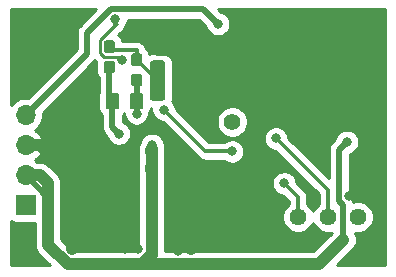
<source format=gbr>
G04 #@! TF.GenerationSoftware,KiCad,Pcbnew,5.1.5+dfsg1-2build2*
G04 #@! TF.CreationDate,2021-10-19T23:30:31+01:00*
G04 #@! TF.ProjectId,radiation_sensor,72616469-6174-4696-9f6e-5f73656e736f,rev?*
G04 #@! TF.SameCoordinates,Original*
G04 #@! TF.FileFunction,Copper,L2,Bot*
G04 #@! TF.FilePolarity,Positive*
%FSLAX46Y46*%
G04 Gerber Fmt 4.6, Leading zero omitted, Abs format (unit mm)*
G04 Created by KiCad (PCBNEW 5.1.5+dfsg1-2build2) date 2021-10-19 23:30:31*
%MOMM*%
%LPD*%
G04 APERTURE LIST*
%ADD10C,1.440000*%
%ADD11C,0.100000*%
%ADD12O,1.700000X1.700000*%
%ADD13R,1.700000X1.700000*%
%ADD14C,0.800000*%
%ADD15C,0.600000*%
%ADD16C,1.400000*%
%ADD17C,0.300000*%
%ADD18C,0.500000*%
%ADD19C,1.000000*%
%ADD20C,0.250000*%
%ADD21C,0.254000*%
G04 APERTURE END LIST*
D10*
X145970000Y-73750000D03*
X148510000Y-73750000D03*
X151050000Y-73750000D03*
G04 #@! TA.AperFunction,SMDPad,CuDef*
D11*
G36*
X132649505Y-63251204D02*
G01*
X132673773Y-63254804D01*
X132697572Y-63260765D01*
X132720671Y-63269030D01*
X132742850Y-63279520D01*
X132763893Y-63292132D01*
X132783599Y-63306747D01*
X132801777Y-63323223D01*
X132818253Y-63341401D01*
X132832868Y-63361107D01*
X132845480Y-63382150D01*
X132855970Y-63404329D01*
X132864235Y-63427428D01*
X132870196Y-63451227D01*
X132873796Y-63475495D01*
X132875000Y-63499999D01*
X132875000Y-64400001D01*
X132873796Y-64424505D01*
X132870196Y-64448773D01*
X132864235Y-64472572D01*
X132855970Y-64495671D01*
X132845480Y-64517850D01*
X132832868Y-64538893D01*
X132818253Y-64558599D01*
X132801777Y-64576777D01*
X132783599Y-64593253D01*
X132763893Y-64607868D01*
X132742850Y-64620480D01*
X132720671Y-64630970D01*
X132697572Y-64639235D01*
X132673773Y-64645196D01*
X132649505Y-64648796D01*
X132625001Y-64650000D01*
X131974999Y-64650000D01*
X131950495Y-64648796D01*
X131926227Y-64645196D01*
X131902428Y-64639235D01*
X131879329Y-64630970D01*
X131857150Y-64620480D01*
X131836107Y-64607868D01*
X131816401Y-64593253D01*
X131798223Y-64576777D01*
X131781747Y-64558599D01*
X131767132Y-64538893D01*
X131754520Y-64517850D01*
X131744030Y-64495671D01*
X131735765Y-64472572D01*
X131729804Y-64448773D01*
X131726204Y-64424505D01*
X131725000Y-64400001D01*
X131725000Y-63499999D01*
X131726204Y-63475495D01*
X131729804Y-63451227D01*
X131735765Y-63427428D01*
X131744030Y-63404329D01*
X131754520Y-63382150D01*
X131767132Y-63361107D01*
X131781747Y-63341401D01*
X131798223Y-63323223D01*
X131816401Y-63306747D01*
X131836107Y-63292132D01*
X131857150Y-63279520D01*
X131879329Y-63269030D01*
X131902428Y-63260765D01*
X131926227Y-63254804D01*
X131950495Y-63251204D01*
X131974999Y-63250000D01*
X132625001Y-63250000D01*
X132649505Y-63251204D01*
G37*
G04 #@! TD.AperFunction*
G04 #@! TA.AperFunction,SMDPad,CuDef*
G36*
X130599505Y-63251204D02*
G01*
X130623773Y-63254804D01*
X130647572Y-63260765D01*
X130670671Y-63269030D01*
X130692850Y-63279520D01*
X130713893Y-63292132D01*
X130733599Y-63306747D01*
X130751777Y-63323223D01*
X130768253Y-63341401D01*
X130782868Y-63361107D01*
X130795480Y-63382150D01*
X130805970Y-63404329D01*
X130814235Y-63427428D01*
X130820196Y-63451227D01*
X130823796Y-63475495D01*
X130825000Y-63499999D01*
X130825000Y-64400001D01*
X130823796Y-64424505D01*
X130820196Y-64448773D01*
X130814235Y-64472572D01*
X130805970Y-64495671D01*
X130795480Y-64517850D01*
X130782868Y-64538893D01*
X130768253Y-64558599D01*
X130751777Y-64576777D01*
X130733599Y-64593253D01*
X130713893Y-64607868D01*
X130692850Y-64620480D01*
X130670671Y-64630970D01*
X130647572Y-64639235D01*
X130623773Y-64645196D01*
X130599505Y-64648796D01*
X130575001Y-64650000D01*
X129924999Y-64650000D01*
X129900495Y-64648796D01*
X129876227Y-64645196D01*
X129852428Y-64639235D01*
X129829329Y-64630970D01*
X129807150Y-64620480D01*
X129786107Y-64607868D01*
X129766401Y-64593253D01*
X129748223Y-64576777D01*
X129731747Y-64558599D01*
X129717132Y-64538893D01*
X129704520Y-64517850D01*
X129694030Y-64495671D01*
X129685765Y-64472572D01*
X129679804Y-64448773D01*
X129676204Y-64424505D01*
X129675000Y-64400001D01*
X129675000Y-63499999D01*
X129676204Y-63475495D01*
X129679804Y-63451227D01*
X129685765Y-63427428D01*
X129694030Y-63404329D01*
X129704520Y-63382150D01*
X129717132Y-63361107D01*
X129731747Y-63341401D01*
X129748223Y-63323223D01*
X129766401Y-63306747D01*
X129786107Y-63292132D01*
X129807150Y-63279520D01*
X129829329Y-63269030D01*
X129852428Y-63260765D01*
X129876227Y-63254804D01*
X129900495Y-63251204D01*
X129924999Y-63250000D01*
X130575001Y-63250000D01*
X130599505Y-63251204D01*
G37*
G04 #@! TD.AperFunction*
D12*
X122900000Y-65130000D03*
X122900000Y-67670000D03*
X122900000Y-70210000D03*
D13*
X122900000Y-72750000D03*
G04 #@! TA.AperFunction,SMDPad,CuDef*
D11*
G36*
X132560779Y-61651144D02*
G01*
X132583834Y-61654563D01*
X132606443Y-61660227D01*
X132628387Y-61668079D01*
X132649457Y-61678044D01*
X132669448Y-61690026D01*
X132688168Y-61703910D01*
X132705438Y-61719562D01*
X132721090Y-61736832D01*
X132734974Y-61755552D01*
X132746956Y-61775543D01*
X132756921Y-61796613D01*
X132764773Y-61818557D01*
X132770437Y-61841166D01*
X132773856Y-61864221D01*
X132775000Y-61887500D01*
X132775000Y-62462500D01*
X132773856Y-62485779D01*
X132770437Y-62508834D01*
X132764773Y-62531443D01*
X132756921Y-62553387D01*
X132746956Y-62574457D01*
X132734974Y-62594448D01*
X132721090Y-62613168D01*
X132705438Y-62630438D01*
X132688168Y-62646090D01*
X132669448Y-62659974D01*
X132649457Y-62671956D01*
X132628387Y-62681921D01*
X132606443Y-62689773D01*
X132583834Y-62695437D01*
X132560779Y-62698856D01*
X132537500Y-62700000D01*
X132062500Y-62700000D01*
X132039221Y-62698856D01*
X132016166Y-62695437D01*
X131993557Y-62689773D01*
X131971613Y-62681921D01*
X131950543Y-62671956D01*
X131930552Y-62659974D01*
X131911832Y-62646090D01*
X131894562Y-62630438D01*
X131878910Y-62613168D01*
X131865026Y-62594448D01*
X131853044Y-62574457D01*
X131843079Y-62553387D01*
X131835227Y-62531443D01*
X131829563Y-62508834D01*
X131826144Y-62485779D01*
X131825000Y-62462500D01*
X131825000Y-61887500D01*
X131826144Y-61864221D01*
X131829563Y-61841166D01*
X131835227Y-61818557D01*
X131843079Y-61796613D01*
X131853044Y-61775543D01*
X131865026Y-61755552D01*
X131878910Y-61736832D01*
X131894562Y-61719562D01*
X131911832Y-61703910D01*
X131930552Y-61690026D01*
X131950543Y-61678044D01*
X131971613Y-61668079D01*
X131993557Y-61660227D01*
X132016166Y-61654563D01*
X132039221Y-61651144D01*
X132062500Y-61650000D01*
X132537500Y-61650000D01*
X132560779Y-61651144D01*
G37*
G04 #@! TD.AperFunction*
G04 #@! TA.AperFunction,SMDPad,CuDef*
G36*
X132560779Y-59901144D02*
G01*
X132583834Y-59904563D01*
X132606443Y-59910227D01*
X132628387Y-59918079D01*
X132649457Y-59928044D01*
X132669448Y-59940026D01*
X132688168Y-59953910D01*
X132705438Y-59969562D01*
X132721090Y-59986832D01*
X132734974Y-60005552D01*
X132746956Y-60025543D01*
X132756921Y-60046613D01*
X132764773Y-60068557D01*
X132770437Y-60091166D01*
X132773856Y-60114221D01*
X132775000Y-60137500D01*
X132775000Y-60712500D01*
X132773856Y-60735779D01*
X132770437Y-60758834D01*
X132764773Y-60781443D01*
X132756921Y-60803387D01*
X132746956Y-60824457D01*
X132734974Y-60844448D01*
X132721090Y-60863168D01*
X132705438Y-60880438D01*
X132688168Y-60896090D01*
X132669448Y-60909974D01*
X132649457Y-60921956D01*
X132628387Y-60931921D01*
X132606443Y-60939773D01*
X132583834Y-60945437D01*
X132560779Y-60948856D01*
X132537500Y-60950000D01*
X132062500Y-60950000D01*
X132039221Y-60948856D01*
X132016166Y-60945437D01*
X131993557Y-60939773D01*
X131971613Y-60931921D01*
X131950543Y-60921956D01*
X131930552Y-60909974D01*
X131911832Y-60896090D01*
X131894562Y-60880438D01*
X131878910Y-60863168D01*
X131865026Y-60844448D01*
X131853044Y-60824457D01*
X131843079Y-60803387D01*
X131835227Y-60781443D01*
X131829563Y-60758834D01*
X131826144Y-60735779D01*
X131825000Y-60712500D01*
X131825000Y-60137500D01*
X131826144Y-60114221D01*
X131829563Y-60091166D01*
X131835227Y-60068557D01*
X131843079Y-60046613D01*
X131853044Y-60025543D01*
X131865026Y-60005552D01*
X131878910Y-59986832D01*
X131894562Y-59969562D01*
X131911832Y-59953910D01*
X131930552Y-59940026D01*
X131950543Y-59928044D01*
X131971613Y-59918079D01*
X131993557Y-59910227D01*
X132016166Y-59904563D01*
X132039221Y-59901144D01*
X132062500Y-59900000D01*
X132537500Y-59900000D01*
X132560779Y-59901144D01*
G37*
G04 #@! TD.AperFunction*
G04 #@! TA.AperFunction,SMDPad,CuDef*
G36*
X130260779Y-58801144D02*
G01*
X130283834Y-58804563D01*
X130306443Y-58810227D01*
X130328387Y-58818079D01*
X130349457Y-58828044D01*
X130369448Y-58840026D01*
X130388168Y-58853910D01*
X130405438Y-58869562D01*
X130421090Y-58886832D01*
X130434974Y-58905552D01*
X130446956Y-58925543D01*
X130456921Y-58946613D01*
X130464773Y-58968557D01*
X130470437Y-58991166D01*
X130473856Y-59014221D01*
X130475000Y-59037500D01*
X130475000Y-59612500D01*
X130473856Y-59635779D01*
X130470437Y-59658834D01*
X130464773Y-59681443D01*
X130456921Y-59703387D01*
X130446956Y-59724457D01*
X130434974Y-59744448D01*
X130421090Y-59763168D01*
X130405438Y-59780438D01*
X130388168Y-59796090D01*
X130369448Y-59809974D01*
X130349457Y-59821956D01*
X130328387Y-59831921D01*
X130306443Y-59839773D01*
X130283834Y-59845437D01*
X130260779Y-59848856D01*
X130237500Y-59850000D01*
X129762500Y-59850000D01*
X129739221Y-59848856D01*
X129716166Y-59845437D01*
X129693557Y-59839773D01*
X129671613Y-59831921D01*
X129650543Y-59821956D01*
X129630552Y-59809974D01*
X129611832Y-59796090D01*
X129594562Y-59780438D01*
X129578910Y-59763168D01*
X129565026Y-59744448D01*
X129553044Y-59724457D01*
X129543079Y-59703387D01*
X129535227Y-59681443D01*
X129529563Y-59658834D01*
X129526144Y-59635779D01*
X129525000Y-59612500D01*
X129525000Y-59037500D01*
X129526144Y-59014221D01*
X129529563Y-58991166D01*
X129535227Y-58968557D01*
X129543079Y-58946613D01*
X129553044Y-58925543D01*
X129565026Y-58905552D01*
X129578910Y-58886832D01*
X129594562Y-58869562D01*
X129611832Y-58853910D01*
X129630552Y-58840026D01*
X129650543Y-58828044D01*
X129671613Y-58818079D01*
X129693557Y-58810227D01*
X129716166Y-58804563D01*
X129739221Y-58801144D01*
X129762500Y-58800000D01*
X130237500Y-58800000D01*
X130260779Y-58801144D01*
G37*
G04 #@! TD.AperFunction*
G04 #@! TA.AperFunction,SMDPad,CuDef*
G36*
X130260779Y-60551144D02*
G01*
X130283834Y-60554563D01*
X130306443Y-60560227D01*
X130328387Y-60568079D01*
X130349457Y-60578044D01*
X130369448Y-60590026D01*
X130388168Y-60603910D01*
X130405438Y-60619562D01*
X130421090Y-60636832D01*
X130434974Y-60655552D01*
X130446956Y-60675543D01*
X130456921Y-60696613D01*
X130464773Y-60718557D01*
X130470437Y-60741166D01*
X130473856Y-60764221D01*
X130475000Y-60787500D01*
X130475000Y-61362500D01*
X130473856Y-61385779D01*
X130470437Y-61408834D01*
X130464773Y-61431443D01*
X130456921Y-61453387D01*
X130446956Y-61474457D01*
X130434974Y-61494448D01*
X130421090Y-61513168D01*
X130405438Y-61530438D01*
X130388168Y-61546090D01*
X130369448Y-61559974D01*
X130349457Y-61571956D01*
X130328387Y-61581921D01*
X130306443Y-61589773D01*
X130283834Y-61595437D01*
X130260779Y-61598856D01*
X130237500Y-61600000D01*
X129762500Y-61600000D01*
X129739221Y-61598856D01*
X129716166Y-61595437D01*
X129693557Y-61589773D01*
X129671613Y-61581921D01*
X129650543Y-61571956D01*
X129630552Y-61559974D01*
X129611832Y-61546090D01*
X129594562Y-61530438D01*
X129578910Y-61513168D01*
X129565026Y-61494448D01*
X129553044Y-61474457D01*
X129543079Y-61453387D01*
X129535227Y-61431443D01*
X129529563Y-61408834D01*
X129526144Y-61385779D01*
X129525000Y-61362500D01*
X129525000Y-60787500D01*
X129526144Y-60764221D01*
X129529563Y-60741166D01*
X129535227Y-60718557D01*
X129543079Y-60696613D01*
X129553044Y-60675543D01*
X129565026Y-60655552D01*
X129578910Y-60636832D01*
X129594562Y-60619562D01*
X129611832Y-60603910D01*
X129630552Y-60590026D01*
X129650543Y-60578044D01*
X129671613Y-60568079D01*
X129693557Y-60560227D01*
X129716166Y-60554563D01*
X129739221Y-60551144D01*
X129762500Y-60550000D01*
X130237500Y-60550000D01*
X130260779Y-60551144D01*
G37*
G04 #@! TD.AperFunction*
G04 #@! TA.AperFunction,SMDPad,CuDef*
G36*
X138949504Y-60501204D02*
G01*
X138973773Y-60504804D01*
X138997571Y-60510765D01*
X139020671Y-60519030D01*
X139042849Y-60529520D01*
X139063893Y-60542133D01*
X139083598Y-60556747D01*
X139101777Y-60573223D01*
X139118253Y-60591402D01*
X139132867Y-60611107D01*
X139145480Y-60632151D01*
X139155970Y-60654329D01*
X139164235Y-60677429D01*
X139170196Y-60701227D01*
X139173796Y-60725496D01*
X139175000Y-60750000D01*
X139175000Y-63650000D01*
X139173796Y-63674504D01*
X139170196Y-63698773D01*
X139164235Y-63722571D01*
X139155970Y-63745671D01*
X139145480Y-63767849D01*
X139132867Y-63788893D01*
X139118253Y-63808598D01*
X139101777Y-63826777D01*
X139083598Y-63843253D01*
X139063893Y-63857867D01*
X139042849Y-63870480D01*
X139020671Y-63880970D01*
X138997571Y-63889235D01*
X138973773Y-63895196D01*
X138949504Y-63898796D01*
X138925000Y-63900000D01*
X138125000Y-63900000D01*
X138100496Y-63898796D01*
X138076227Y-63895196D01*
X138052429Y-63889235D01*
X138029329Y-63880970D01*
X138007151Y-63870480D01*
X137986107Y-63857867D01*
X137966402Y-63843253D01*
X137948223Y-63826777D01*
X137931747Y-63808598D01*
X137917133Y-63788893D01*
X137904520Y-63767849D01*
X137894030Y-63745671D01*
X137885765Y-63722571D01*
X137879804Y-63698773D01*
X137876204Y-63674504D01*
X137875000Y-63650000D01*
X137875000Y-60750000D01*
X137876204Y-60725496D01*
X137879804Y-60701227D01*
X137885765Y-60677429D01*
X137894030Y-60654329D01*
X137904520Y-60632151D01*
X137917133Y-60611107D01*
X137931747Y-60591402D01*
X137948223Y-60573223D01*
X137966402Y-60556747D01*
X137986107Y-60542133D01*
X138007151Y-60529520D01*
X138029329Y-60519030D01*
X138052429Y-60510765D01*
X138076227Y-60504804D01*
X138100496Y-60501204D01*
X138125000Y-60500000D01*
X138925000Y-60500000D01*
X138949504Y-60501204D01*
G37*
G04 #@! TD.AperFunction*
G04 #@! TA.AperFunction,SMDPad,CuDef*
G36*
X134499504Y-60501204D02*
G01*
X134523773Y-60504804D01*
X134547571Y-60510765D01*
X134570671Y-60519030D01*
X134592849Y-60529520D01*
X134613893Y-60542133D01*
X134633598Y-60556747D01*
X134651777Y-60573223D01*
X134668253Y-60591402D01*
X134682867Y-60611107D01*
X134695480Y-60632151D01*
X134705970Y-60654329D01*
X134714235Y-60677429D01*
X134720196Y-60701227D01*
X134723796Y-60725496D01*
X134725000Y-60750000D01*
X134725000Y-63650000D01*
X134723796Y-63674504D01*
X134720196Y-63698773D01*
X134714235Y-63722571D01*
X134705970Y-63745671D01*
X134695480Y-63767849D01*
X134682867Y-63788893D01*
X134668253Y-63808598D01*
X134651777Y-63826777D01*
X134633598Y-63843253D01*
X134613893Y-63857867D01*
X134592849Y-63870480D01*
X134570671Y-63880970D01*
X134547571Y-63889235D01*
X134523773Y-63895196D01*
X134499504Y-63898796D01*
X134475000Y-63900000D01*
X133675000Y-63900000D01*
X133650496Y-63898796D01*
X133626227Y-63895196D01*
X133602429Y-63889235D01*
X133579329Y-63880970D01*
X133557151Y-63870480D01*
X133536107Y-63857867D01*
X133516402Y-63843253D01*
X133498223Y-63826777D01*
X133481747Y-63808598D01*
X133467133Y-63788893D01*
X133454520Y-63767849D01*
X133444030Y-63745671D01*
X133435765Y-63722571D01*
X133429804Y-63698773D01*
X133426204Y-63674504D01*
X133425000Y-63650000D01*
X133425000Y-60750000D01*
X133426204Y-60725496D01*
X133429804Y-60701227D01*
X133435765Y-60677429D01*
X133444030Y-60654329D01*
X133454520Y-60632151D01*
X133467133Y-60611107D01*
X133481747Y-60591402D01*
X133498223Y-60573223D01*
X133516402Y-60556747D01*
X133536107Y-60542133D01*
X133557151Y-60529520D01*
X133579329Y-60519030D01*
X133602429Y-60510765D01*
X133626227Y-60504804D01*
X133650496Y-60501204D01*
X133675000Y-60500000D01*
X134475000Y-60500000D01*
X134499504Y-60501204D01*
G37*
G04 #@! TD.AperFunction*
G04 #@! TA.AperFunction,SMDPad,CuDef*
G36*
X133885779Y-67676144D02*
G01*
X133908834Y-67679563D01*
X133931443Y-67685227D01*
X133953387Y-67693079D01*
X133974457Y-67703044D01*
X133994448Y-67715026D01*
X134013168Y-67728910D01*
X134030438Y-67744562D01*
X134046090Y-67761832D01*
X134059974Y-67780552D01*
X134071956Y-67800543D01*
X134081921Y-67821613D01*
X134089773Y-67843557D01*
X134095437Y-67866166D01*
X134098856Y-67889221D01*
X134100000Y-67912500D01*
X134100000Y-68387500D01*
X134098856Y-68410779D01*
X134095437Y-68433834D01*
X134089773Y-68456443D01*
X134081921Y-68478387D01*
X134071956Y-68499457D01*
X134059974Y-68519448D01*
X134046090Y-68538168D01*
X134030438Y-68555438D01*
X134013168Y-68571090D01*
X133994448Y-68584974D01*
X133974457Y-68596956D01*
X133953387Y-68606921D01*
X133931443Y-68614773D01*
X133908834Y-68620437D01*
X133885779Y-68623856D01*
X133862500Y-68625000D01*
X133287500Y-68625000D01*
X133264221Y-68623856D01*
X133241166Y-68620437D01*
X133218557Y-68614773D01*
X133196613Y-68606921D01*
X133175543Y-68596956D01*
X133155552Y-68584974D01*
X133136832Y-68571090D01*
X133119562Y-68555438D01*
X133103910Y-68538168D01*
X133090026Y-68519448D01*
X133078044Y-68499457D01*
X133068079Y-68478387D01*
X133060227Y-68456443D01*
X133054563Y-68433834D01*
X133051144Y-68410779D01*
X133050000Y-68387500D01*
X133050000Y-67912500D01*
X133051144Y-67889221D01*
X133054563Y-67866166D01*
X133060227Y-67843557D01*
X133068079Y-67821613D01*
X133078044Y-67800543D01*
X133090026Y-67780552D01*
X133103910Y-67761832D01*
X133119562Y-67744562D01*
X133136832Y-67728910D01*
X133155552Y-67715026D01*
X133175543Y-67703044D01*
X133196613Y-67693079D01*
X133218557Y-67685227D01*
X133241166Y-67679563D01*
X133264221Y-67676144D01*
X133287500Y-67675000D01*
X133862500Y-67675000D01*
X133885779Y-67676144D01*
G37*
G04 #@! TD.AperFunction*
G04 #@! TA.AperFunction,SMDPad,CuDef*
G36*
X135635779Y-67676144D02*
G01*
X135658834Y-67679563D01*
X135681443Y-67685227D01*
X135703387Y-67693079D01*
X135724457Y-67703044D01*
X135744448Y-67715026D01*
X135763168Y-67728910D01*
X135780438Y-67744562D01*
X135796090Y-67761832D01*
X135809974Y-67780552D01*
X135821956Y-67800543D01*
X135831921Y-67821613D01*
X135839773Y-67843557D01*
X135845437Y-67866166D01*
X135848856Y-67889221D01*
X135850000Y-67912500D01*
X135850000Y-68387500D01*
X135848856Y-68410779D01*
X135845437Y-68433834D01*
X135839773Y-68456443D01*
X135831921Y-68478387D01*
X135821956Y-68499457D01*
X135809974Y-68519448D01*
X135796090Y-68538168D01*
X135780438Y-68555438D01*
X135763168Y-68571090D01*
X135744448Y-68584974D01*
X135724457Y-68596956D01*
X135703387Y-68606921D01*
X135681443Y-68614773D01*
X135658834Y-68620437D01*
X135635779Y-68623856D01*
X135612500Y-68625000D01*
X135037500Y-68625000D01*
X135014221Y-68623856D01*
X134991166Y-68620437D01*
X134968557Y-68614773D01*
X134946613Y-68606921D01*
X134925543Y-68596956D01*
X134905552Y-68584974D01*
X134886832Y-68571090D01*
X134869562Y-68555438D01*
X134853910Y-68538168D01*
X134840026Y-68519448D01*
X134828044Y-68499457D01*
X134818079Y-68478387D01*
X134810227Y-68456443D01*
X134804563Y-68433834D01*
X134801144Y-68410779D01*
X134800000Y-68387500D01*
X134800000Y-67912500D01*
X134801144Y-67889221D01*
X134804563Y-67866166D01*
X134810227Y-67843557D01*
X134818079Y-67821613D01*
X134828044Y-67800543D01*
X134840026Y-67780552D01*
X134853910Y-67761832D01*
X134869562Y-67744562D01*
X134886832Y-67728910D01*
X134905552Y-67715026D01*
X134925543Y-67703044D01*
X134946613Y-67693079D01*
X134968557Y-67685227D01*
X134991166Y-67679563D01*
X135014221Y-67676144D01*
X135037500Y-67675000D01*
X135612500Y-67675000D01*
X135635779Y-67676144D01*
G37*
G04 #@! TD.AperFunction*
G04 #@! TA.AperFunction,SMDPad,CuDef*
G36*
X133885779Y-69176144D02*
G01*
X133908834Y-69179563D01*
X133931443Y-69185227D01*
X133953387Y-69193079D01*
X133974457Y-69203044D01*
X133994448Y-69215026D01*
X134013168Y-69228910D01*
X134030438Y-69244562D01*
X134046090Y-69261832D01*
X134059974Y-69280552D01*
X134071956Y-69300543D01*
X134081921Y-69321613D01*
X134089773Y-69343557D01*
X134095437Y-69366166D01*
X134098856Y-69389221D01*
X134100000Y-69412500D01*
X134100000Y-69887500D01*
X134098856Y-69910779D01*
X134095437Y-69933834D01*
X134089773Y-69956443D01*
X134081921Y-69978387D01*
X134071956Y-69999457D01*
X134059974Y-70019448D01*
X134046090Y-70038168D01*
X134030438Y-70055438D01*
X134013168Y-70071090D01*
X133994448Y-70084974D01*
X133974457Y-70096956D01*
X133953387Y-70106921D01*
X133931443Y-70114773D01*
X133908834Y-70120437D01*
X133885779Y-70123856D01*
X133862500Y-70125000D01*
X133287500Y-70125000D01*
X133264221Y-70123856D01*
X133241166Y-70120437D01*
X133218557Y-70114773D01*
X133196613Y-70106921D01*
X133175543Y-70096956D01*
X133155552Y-70084974D01*
X133136832Y-70071090D01*
X133119562Y-70055438D01*
X133103910Y-70038168D01*
X133090026Y-70019448D01*
X133078044Y-69999457D01*
X133068079Y-69978387D01*
X133060227Y-69956443D01*
X133054563Y-69933834D01*
X133051144Y-69910779D01*
X133050000Y-69887500D01*
X133050000Y-69412500D01*
X133051144Y-69389221D01*
X133054563Y-69366166D01*
X133060227Y-69343557D01*
X133068079Y-69321613D01*
X133078044Y-69300543D01*
X133090026Y-69280552D01*
X133103910Y-69261832D01*
X133119562Y-69244562D01*
X133136832Y-69228910D01*
X133155552Y-69215026D01*
X133175543Y-69203044D01*
X133196613Y-69193079D01*
X133218557Y-69185227D01*
X133241166Y-69179563D01*
X133264221Y-69176144D01*
X133287500Y-69175000D01*
X133862500Y-69175000D01*
X133885779Y-69176144D01*
G37*
G04 #@! TD.AperFunction*
G04 #@! TA.AperFunction,SMDPad,CuDef*
G36*
X135635779Y-69176144D02*
G01*
X135658834Y-69179563D01*
X135681443Y-69185227D01*
X135703387Y-69193079D01*
X135724457Y-69203044D01*
X135744448Y-69215026D01*
X135763168Y-69228910D01*
X135780438Y-69244562D01*
X135796090Y-69261832D01*
X135809974Y-69280552D01*
X135821956Y-69300543D01*
X135831921Y-69321613D01*
X135839773Y-69343557D01*
X135845437Y-69366166D01*
X135848856Y-69389221D01*
X135850000Y-69412500D01*
X135850000Y-69887500D01*
X135848856Y-69910779D01*
X135845437Y-69933834D01*
X135839773Y-69956443D01*
X135831921Y-69978387D01*
X135821956Y-69999457D01*
X135809974Y-70019448D01*
X135796090Y-70038168D01*
X135780438Y-70055438D01*
X135763168Y-70071090D01*
X135744448Y-70084974D01*
X135724457Y-70096956D01*
X135703387Y-70106921D01*
X135681443Y-70114773D01*
X135658834Y-70120437D01*
X135635779Y-70123856D01*
X135612500Y-70125000D01*
X135037500Y-70125000D01*
X135014221Y-70123856D01*
X134991166Y-70120437D01*
X134968557Y-70114773D01*
X134946613Y-70106921D01*
X134925543Y-70096956D01*
X134905552Y-70084974D01*
X134886832Y-70071090D01*
X134869562Y-70055438D01*
X134853910Y-70038168D01*
X134840026Y-70019448D01*
X134828044Y-69999457D01*
X134818079Y-69978387D01*
X134810227Y-69956443D01*
X134804563Y-69933834D01*
X134801144Y-69910779D01*
X134800000Y-69887500D01*
X134800000Y-69412500D01*
X134801144Y-69389221D01*
X134804563Y-69366166D01*
X134810227Y-69343557D01*
X134818079Y-69321613D01*
X134828044Y-69300543D01*
X134840026Y-69280552D01*
X134853910Y-69261832D01*
X134869562Y-69244562D01*
X134886832Y-69228910D01*
X134905552Y-69215026D01*
X134925543Y-69203044D01*
X134946613Y-69193079D01*
X134968557Y-69185227D01*
X134991166Y-69179563D01*
X135014221Y-69176144D01*
X135037500Y-69175000D01*
X135612500Y-69175000D01*
X135635779Y-69176144D01*
G37*
G04 #@! TD.AperFunction*
D14*
X133585199Y-67644117D03*
X150100000Y-67400000D03*
X150300000Y-72000000D03*
X152800000Y-71800000D03*
X145500000Y-62300000D03*
X142900000Y-70000000D03*
X136900000Y-76500000D03*
X135800000Y-76600000D03*
X132400000Y-76500000D03*
X131300000Y-76500000D03*
X126800000Y-76500000D03*
X134100000Y-59600000D03*
D15*
X122500000Y-75000000D03*
X122500000Y-77500000D03*
X122500000Y-62500000D03*
X122500000Y-60000000D03*
X122500000Y-57500000D03*
X125000000Y-57500000D03*
X127500000Y-57500000D03*
X125000000Y-60000000D03*
X142500000Y-57500000D03*
X145000000Y-57500000D03*
X150000000Y-57500000D03*
X147500000Y-57500000D03*
X150000000Y-57500000D03*
X152500000Y-57500000D03*
X152500000Y-60000000D03*
X150000000Y-60000000D03*
X147500000Y-60000000D03*
X145000000Y-60000000D03*
X150000000Y-62500000D03*
X152500000Y-62500000D03*
X152500000Y-65000000D03*
X150000000Y-65000000D03*
X152500000Y-67500000D03*
X142500000Y-75000000D03*
X142500000Y-72500000D03*
D14*
X132300000Y-65000000D03*
X130800000Y-66700000D03*
D16*
X140400000Y-65700000D03*
D14*
X131100000Y-60500000D03*
X130500000Y-57000000D03*
X140400000Y-68200000D03*
X134582468Y-64659417D03*
X139200000Y-57400000D03*
X144800000Y-70900000D03*
X144100000Y-67100000D03*
D17*
X133575000Y-68150000D02*
X133575000Y-69650000D01*
X133585199Y-68139801D02*
X133575000Y-68150000D01*
X133585199Y-67644117D02*
X133585199Y-68139801D01*
X124800000Y-75610002D02*
X127089998Y-77900000D01*
X133575000Y-70125000D02*
X133575000Y-69650000D01*
X133575000Y-76435002D02*
X133575000Y-70125000D01*
X127089998Y-77900000D02*
X132110002Y-77900000D01*
X132110002Y-77900000D02*
X141600000Y-77900000D01*
X141600000Y-77900000D02*
X147100000Y-77900000D01*
X147100000Y-77900000D02*
X149700000Y-75300000D01*
X149700000Y-75300000D02*
X149649999Y-75249999D01*
X149549999Y-67950001D02*
X149700001Y-67799999D01*
X149549999Y-72360001D02*
X149549999Y-67950001D01*
X149700000Y-72510002D02*
X149549999Y-72360001D01*
X149700000Y-75300000D02*
X149700000Y-72510002D01*
D18*
X124800000Y-72110000D02*
X124800000Y-72200000D01*
X122900000Y-70210000D02*
X124800000Y-72110000D01*
D17*
X124800000Y-72200000D02*
X124800000Y-75610002D01*
D18*
X126941998Y-77900000D02*
X147100000Y-77900000D01*
X124800000Y-75758002D02*
X126941998Y-77900000D01*
X124800000Y-72200000D02*
X124800000Y-75758002D01*
X147100000Y-77900000D02*
X147600000Y-77900000D01*
X133575000Y-76583002D02*
X133575000Y-68625000D01*
X132453001Y-77705001D02*
X133575000Y-76583002D01*
X132305001Y-77705001D02*
X132453001Y-77705001D01*
D17*
X132110002Y-77900000D02*
X132305001Y-77705001D01*
D18*
X133575000Y-68625000D02*
X133575000Y-68150000D01*
D17*
X132305001Y-77705001D02*
X133575000Y-76435002D01*
D19*
X124800000Y-70907919D02*
X124800000Y-75758002D01*
X124102081Y-70210000D02*
X124800000Y-70907919D01*
X122900000Y-70210000D02*
X124102081Y-70210000D01*
X147725010Y-77774990D02*
X149800000Y-75700000D01*
X124800000Y-75758002D02*
X124800000Y-76104978D01*
X124800000Y-76104978D02*
X126470012Y-77774990D01*
D18*
X147600000Y-77900000D02*
X149800000Y-75700000D01*
D19*
X132774990Y-77774990D02*
X133575000Y-76974980D01*
X133575000Y-76974980D02*
X133575000Y-68150000D01*
X126470012Y-77774990D02*
X132774990Y-77774990D01*
X132774990Y-77774990D02*
X147725010Y-77774990D01*
D18*
X149700001Y-67799999D02*
X150100000Y-67400000D01*
X149449999Y-68050001D02*
X149700001Y-67799999D01*
X149449999Y-72408001D02*
X149449999Y-68050001D01*
X149800000Y-72758002D02*
X149449999Y-72408001D01*
X149800000Y-75700000D02*
X149800000Y-72758002D01*
D17*
X135850000Y-68150000D02*
X135325000Y-68150000D01*
X152800000Y-71800000D02*
X150400000Y-71800000D01*
D18*
X126800000Y-76500000D02*
X126800000Y-71570000D01*
D19*
X126800000Y-76407908D02*
X126846046Y-76453954D01*
X126800000Y-70367919D02*
X126800000Y-76407908D01*
X124102081Y-67670000D02*
X126800000Y-70367919D01*
X122900000Y-67670000D02*
X124102081Y-67670000D01*
X136900000Y-71225000D02*
X135325000Y-69650000D01*
X135675000Y-70000000D02*
X135325000Y-69650000D01*
X142900000Y-70000000D02*
X135675000Y-70000000D01*
X135325000Y-69650000D02*
X135325000Y-68150000D01*
X145400000Y-62200000D02*
X145500000Y-62300000D01*
X138525000Y-62200000D02*
X145400000Y-62200000D01*
X135925000Y-59600000D02*
X134100000Y-59600000D01*
X138525000Y-62200000D02*
X135925000Y-59600000D01*
X136900000Y-76500000D02*
X136900000Y-71225000D01*
D17*
X132300000Y-60425000D02*
X132300000Y-59700000D01*
X132300000Y-59700000D02*
X132200000Y-59600000D01*
X132200000Y-59600000D02*
X132300000Y-59625000D01*
X130400000Y-59625000D02*
X132200000Y-59600000D01*
X134075000Y-62200000D02*
X132300000Y-60425000D01*
X132300000Y-63950000D02*
X132300000Y-65000000D01*
D18*
X132300000Y-62175000D02*
X132300000Y-63950000D01*
X132300000Y-65000000D02*
X132300000Y-62175000D01*
D17*
X130250000Y-65950000D02*
X131000000Y-66700000D01*
X130250000Y-63950000D02*
X130250000Y-65950000D01*
D18*
X130000000Y-63700000D02*
X130250000Y-63950000D01*
X130000000Y-61075000D02*
X130000000Y-63700000D01*
X130250000Y-66150000D02*
X130800000Y-66700000D01*
X130250000Y-63950000D02*
X130250000Y-66150000D01*
D20*
X129199990Y-59845500D02*
X129199990Y-58804500D01*
X129529500Y-60175010D02*
X129199990Y-59845500D01*
X130775010Y-60175010D02*
X129529500Y-60175010D01*
X131100000Y-60500000D02*
X130775010Y-60175010D01*
D17*
X130500000Y-57500000D02*
X130500000Y-56800000D01*
X130502245Y-57502245D02*
X130500000Y-57500000D01*
D20*
X129199990Y-58804500D02*
X130502245Y-57502245D01*
X130502245Y-57502245D02*
X130604490Y-57400000D01*
D17*
X138123051Y-68200000D02*
X134582468Y-64659417D01*
X140400000Y-68200000D02*
X138123051Y-68200000D01*
D18*
X122900000Y-65130000D02*
X128100000Y-59930000D01*
X138800001Y-57000001D02*
X139200000Y-57400000D01*
X137949999Y-56149999D02*
X138800001Y-57000001D01*
X130091999Y-56149999D02*
X137949999Y-56149999D01*
X128100000Y-58141998D02*
X130091999Y-56149999D01*
X128100000Y-59930000D02*
X128100000Y-58141998D01*
D17*
X145970000Y-72070000D02*
X145970000Y-73750000D01*
X144800000Y-70900000D02*
X145970000Y-72070000D01*
X148510000Y-71510000D02*
X148510000Y-73750000D01*
X144100000Y-67100000D02*
X148510000Y-71510000D01*
D21*
G36*
X121695506Y-74130537D02*
G01*
X121805820Y-74189502D01*
X121925518Y-74225812D01*
X122050000Y-74238072D01*
X123665001Y-74238072D01*
X123665001Y-75702241D01*
X123665000Y-75702251D01*
X123665000Y-76049227D01*
X123659509Y-76104978D01*
X123665000Y-76160729D01*
X123665000Y-76160730D01*
X123681423Y-76327477D01*
X123746324Y-76541425D01*
X123851717Y-76738601D01*
X123993552Y-76911427D01*
X124036860Y-76946969D01*
X124929890Y-77840000D01*
X121660000Y-77840000D01*
X121660000Y-74101398D01*
X121695506Y-74130537D01*
G37*
X121695506Y-74130537D02*
X121805820Y-74189502D01*
X121925518Y-74225812D01*
X122050000Y-74238072D01*
X123665001Y-74238072D01*
X123665001Y-75702241D01*
X123665000Y-75702251D01*
X123665000Y-76049227D01*
X123659509Y-76104978D01*
X123665000Y-76160729D01*
X123665000Y-76160730D01*
X123681423Y-76327477D01*
X123746324Y-76541425D01*
X123851717Y-76738601D01*
X123993552Y-76911427D01*
X124036860Y-76946969D01*
X124929890Y-77840000D01*
X121660000Y-77840000D01*
X121660000Y-74101398D01*
X121695506Y-74130537D01*
G36*
X153340000Y-77840000D02*
G01*
X149265131Y-77840000D01*
X150641988Y-76463144D01*
X150748283Y-76333623D01*
X150853676Y-76136447D01*
X150918577Y-75922499D01*
X150940491Y-75700000D01*
X150918577Y-75477502D01*
X150853676Y-75263554D01*
X150751365Y-75072144D01*
X150916544Y-75105000D01*
X151183456Y-75105000D01*
X151445239Y-75052928D01*
X151691833Y-74950785D01*
X151913762Y-74802497D01*
X152102497Y-74613762D01*
X152250785Y-74391833D01*
X152352928Y-74145239D01*
X152405000Y-73883456D01*
X152405000Y-73616544D01*
X152352928Y-73354761D01*
X152250785Y-73108167D01*
X152102497Y-72886238D01*
X151913762Y-72697503D01*
X151691833Y-72549215D01*
X151445239Y-72447072D01*
X151183456Y-72395000D01*
X150916544Y-72395000D01*
X150654761Y-72447072D01*
X150633210Y-72455999D01*
X150621589Y-72417689D01*
X150539411Y-72263943D01*
X150428817Y-72129185D01*
X150395044Y-72101468D01*
X150334999Y-72041423D01*
X150334999Y-68416579D01*
X150345043Y-68406535D01*
X150401898Y-68395226D01*
X150590256Y-68317205D01*
X150759774Y-68203937D01*
X150903937Y-68059774D01*
X151017205Y-67890256D01*
X151095226Y-67701898D01*
X151135000Y-67501939D01*
X151135000Y-67298061D01*
X151095226Y-67098102D01*
X151017205Y-66909744D01*
X150903937Y-66740226D01*
X150759774Y-66596063D01*
X150590256Y-66482795D01*
X150401898Y-66404774D01*
X150201939Y-66365000D01*
X149998061Y-66365000D01*
X149798102Y-66404774D01*
X149609744Y-66482795D01*
X149440226Y-66596063D01*
X149296063Y-66740226D01*
X149182795Y-66909744D01*
X149104774Y-67098102D01*
X149093465Y-67154957D01*
X148854951Y-67393471D01*
X148821183Y-67421184D01*
X148793470Y-67454952D01*
X148793467Y-67454955D01*
X148710589Y-67555942D01*
X148628411Y-67709688D01*
X148577804Y-67876511D01*
X148560718Y-68050001D01*
X148565000Y-68093480D01*
X148564999Y-70454842D01*
X145135000Y-67024843D01*
X145135000Y-66998061D01*
X145095226Y-66798102D01*
X145017205Y-66609744D01*
X144903937Y-66440226D01*
X144759774Y-66296063D01*
X144590256Y-66182795D01*
X144401898Y-66104774D01*
X144201939Y-66065000D01*
X143998061Y-66065000D01*
X143798102Y-66104774D01*
X143609744Y-66182795D01*
X143440226Y-66296063D01*
X143296063Y-66440226D01*
X143182795Y-66609744D01*
X143104774Y-66798102D01*
X143065000Y-66998061D01*
X143065000Y-67201939D01*
X143104774Y-67401898D01*
X143182795Y-67590256D01*
X143296063Y-67759774D01*
X143440226Y-67903937D01*
X143609744Y-68017205D01*
X143798102Y-68095226D01*
X143998061Y-68135000D01*
X144024843Y-68135000D01*
X147725000Y-71835157D01*
X147725001Y-72644876D01*
X147646238Y-72697503D01*
X147457503Y-72886238D01*
X147309215Y-73108167D01*
X147240000Y-73275266D01*
X147170785Y-73108167D01*
X147022497Y-72886238D01*
X146833762Y-72697503D01*
X146755000Y-72644876D01*
X146755000Y-72108556D01*
X146758797Y-72070000D01*
X146755000Y-72031440D01*
X146755000Y-72031439D01*
X146748121Y-71961595D01*
X146743642Y-71916113D01*
X146698754Y-71768140D01*
X146673666Y-71721204D01*
X146625862Y-71631767D01*
X146527764Y-71512236D01*
X146497811Y-71487654D01*
X145835000Y-70824843D01*
X145835000Y-70798061D01*
X145795226Y-70598102D01*
X145717205Y-70409744D01*
X145603937Y-70240226D01*
X145459774Y-70096063D01*
X145290256Y-69982795D01*
X145101898Y-69904774D01*
X144901939Y-69865000D01*
X144698061Y-69865000D01*
X144498102Y-69904774D01*
X144309744Y-69982795D01*
X144140226Y-70096063D01*
X143996063Y-70240226D01*
X143882795Y-70409744D01*
X143804774Y-70598102D01*
X143765000Y-70798061D01*
X143765000Y-71001939D01*
X143804774Y-71201898D01*
X143882795Y-71390256D01*
X143996063Y-71559774D01*
X144140226Y-71703937D01*
X144309744Y-71817205D01*
X144498102Y-71895226D01*
X144698061Y-71935000D01*
X144724843Y-71935000D01*
X145185000Y-72395157D01*
X145185000Y-72644876D01*
X145106238Y-72697503D01*
X144917503Y-72886238D01*
X144769215Y-73108167D01*
X144667072Y-73354761D01*
X144615000Y-73616544D01*
X144615000Y-73883456D01*
X144667072Y-74145239D01*
X144769215Y-74391833D01*
X144917503Y-74613762D01*
X145106238Y-74802497D01*
X145328167Y-74950785D01*
X145574761Y-75052928D01*
X145836544Y-75105000D01*
X146103456Y-75105000D01*
X146365239Y-75052928D01*
X146611833Y-74950785D01*
X146833762Y-74802497D01*
X147022497Y-74613762D01*
X147170785Y-74391833D01*
X147240000Y-74224734D01*
X147309215Y-74391833D01*
X147457503Y-74613762D01*
X147646238Y-74802497D01*
X147868167Y-74950785D01*
X148114761Y-75052928D01*
X148376544Y-75105000D01*
X148643456Y-75105000D01*
X148819949Y-75069893D01*
X147249853Y-76639990D01*
X134710000Y-76639990D01*
X134710000Y-70095396D01*
X134721248Y-70058316D01*
X134738072Y-69887500D01*
X134738072Y-69412500D01*
X134721248Y-69241684D01*
X134710000Y-69204604D01*
X134710000Y-68595396D01*
X134721248Y-68558316D01*
X134738072Y-68387500D01*
X134738072Y-67912500D01*
X134721248Y-67741684D01*
X134671423Y-67577433D01*
X134601007Y-67445693D01*
X134580425Y-67342219D01*
X134502404Y-67153861D01*
X134389136Y-66984343D01*
X134244973Y-66840180D01*
X134075455Y-66726912D01*
X133887097Y-66648891D01*
X133687138Y-66609117D01*
X133483260Y-66609117D01*
X133283301Y-66648891D01*
X133094943Y-66726912D01*
X132925425Y-66840180D01*
X132781262Y-66984343D01*
X132667994Y-67153861D01*
X132589973Y-67342219D01*
X132577714Y-67403850D01*
X132559488Y-67426058D01*
X132478577Y-67577433D01*
X132428752Y-67741684D01*
X132411928Y-67912500D01*
X132411928Y-68387500D01*
X132428752Y-68558316D01*
X132440001Y-68595399D01*
X132440001Y-69204601D01*
X132428752Y-69241684D01*
X132411928Y-69412500D01*
X132411928Y-69887500D01*
X132428752Y-70058316D01*
X132440001Y-70095398D01*
X132440000Y-76459845D01*
X132259855Y-76639990D01*
X126940146Y-76639990D01*
X125935000Y-75634845D01*
X125935000Y-70963671D01*
X125940491Y-70907919D01*
X125918577Y-70685420D01*
X125853676Y-70471472D01*
X125748284Y-70274296D01*
X125641989Y-70144776D01*
X125606449Y-70101470D01*
X125563140Y-70065927D01*
X124944076Y-69446864D01*
X124908530Y-69403551D01*
X124735704Y-69261716D01*
X124538528Y-69156324D01*
X124324580Y-69091423D01*
X124157833Y-69075000D01*
X124157832Y-69075000D01*
X124102081Y-69069509D01*
X124046330Y-69075000D01*
X123865107Y-69075000D01*
X123846632Y-69056525D01*
X123664466Y-68934805D01*
X123781355Y-68865178D01*
X123997588Y-68670269D01*
X124171641Y-68436920D01*
X124296825Y-68174099D01*
X124341476Y-68026890D01*
X124220155Y-67797000D01*
X123027000Y-67797000D01*
X123027000Y-67817000D01*
X122773000Y-67817000D01*
X122773000Y-67797000D01*
X122753000Y-67797000D01*
X122753000Y-67543000D01*
X122773000Y-67543000D01*
X122773000Y-67523000D01*
X123027000Y-67523000D01*
X123027000Y-67543000D01*
X124220155Y-67543000D01*
X124341476Y-67313110D01*
X124296825Y-67165901D01*
X124171641Y-66903080D01*
X123997588Y-66669731D01*
X123781355Y-66474822D01*
X123664466Y-66405195D01*
X123846632Y-66283475D01*
X124053475Y-66076632D01*
X124215990Y-65833411D01*
X124327932Y-65563158D01*
X124385000Y-65276260D01*
X124385000Y-64983740D01*
X124370539Y-64911039D01*
X128695051Y-60586528D01*
X128728817Y-60558817D01*
X128778260Y-60498571D01*
X128903090Y-60623401D01*
X128886928Y-60787500D01*
X128886928Y-61362500D01*
X128903752Y-61533316D01*
X128953577Y-61697567D01*
X129034488Y-61848942D01*
X129115000Y-61947046D01*
X129115001Y-63140556D01*
X129104528Y-63160149D01*
X129053992Y-63326745D01*
X129036928Y-63499999D01*
X129036928Y-64400001D01*
X129053992Y-64573255D01*
X129104528Y-64739851D01*
X129186595Y-64893387D01*
X129297038Y-65027962D01*
X129365001Y-65083737D01*
X129365001Y-66106521D01*
X129360719Y-66150000D01*
X129377805Y-66323490D01*
X129428412Y-66490313D01*
X129510590Y-66644059D01*
X129593468Y-66745046D01*
X129593471Y-66745049D01*
X129621184Y-66778817D01*
X129654952Y-66806530D01*
X129793465Y-66945043D01*
X129804774Y-67001898D01*
X129882795Y-67190256D01*
X129996063Y-67359774D01*
X130140226Y-67503937D01*
X130309744Y-67617205D01*
X130498102Y-67695226D01*
X130698061Y-67735000D01*
X130901939Y-67735000D01*
X131101898Y-67695226D01*
X131290256Y-67617205D01*
X131459774Y-67503937D01*
X131603937Y-67359774D01*
X131717205Y-67190256D01*
X131795226Y-67001898D01*
X131835000Y-66801939D01*
X131835000Y-66598061D01*
X131795226Y-66398102D01*
X131717205Y-66209744D01*
X131603937Y-66040226D01*
X131459774Y-65896063D01*
X131290256Y-65782795D01*
X131135000Y-65718485D01*
X131135000Y-65083737D01*
X131202962Y-65027962D01*
X131265000Y-64952369D01*
X131265000Y-65101939D01*
X131304774Y-65301898D01*
X131382795Y-65490256D01*
X131496063Y-65659774D01*
X131640226Y-65803937D01*
X131809744Y-65917205D01*
X131998102Y-65995226D01*
X132198061Y-66035000D01*
X132401939Y-66035000D01*
X132601898Y-65995226D01*
X132790256Y-65917205D01*
X132959774Y-65803937D01*
X133103937Y-65659774D01*
X133217205Y-65490256D01*
X133295226Y-65301898D01*
X133335000Y-65101939D01*
X133335000Y-64927999D01*
X133363405Y-64893387D01*
X133445472Y-64739851D01*
X133496008Y-64573255D01*
X133501171Y-64520834D01*
X133501746Y-64521008D01*
X133553704Y-64526125D01*
X133547468Y-64557478D01*
X133547468Y-64761356D01*
X133587242Y-64961315D01*
X133665263Y-65149673D01*
X133778531Y-65319191D01*
X133922694Y-65463354D01*
X134092212Y-65576622D01*
X134280570Y-65654643D01*
X134480529Y-65694417D01*
X134507311Y-65694417D01*
X137540709Y-68727816D01*
X137565287Y-68757764D01*
X137595235Y-68782342D01*
X137595238Y-68782345D01*
X137603848Y-68789411D01*
X137684818Y-68855862D01*
X137821191Y-68928754D01*
X137934723Y-68963194D01*
X137969163Y-68973641D01*
X137983541Y-68975057D01*
X138084490Y-68985000D01*
X138084497Y-68985000D01*
X138123050Y-68988797D01*
X138161603Y-68985000D01*
X139721289Y-68985000D01*
X139740226Y-69003937D01*
X139909744Y-69117205D01*
X140098102Y-69195226D01*
X140298061Y-69235000D01*
X140501939Y-69235000D01*
X140701898Y-69195226D01*
X140890256Y-69117205D01*
X141059774Y-69003937D01*
X141203937Y-68859774D01*
X141317205Y-68690256D01*
X141395226Y-68501898D01*
X141435000Y-68301939D01*
X141435000Y-68098061D01*
X141395226Y-67898102D01*
X141317205Y-67709744D01*
X141203937Y-67540226D01*
X141059774Y-67396063D01*
X140890256Y-67282795D01*
X140701898Y-67204774D01*
X140501939Y-67165000D01*
X140298061Y-67165000D01*
X140098102Y-67204774D01*
X139909744Y-67282795D01*
X139740226Y-67396063D01*
X139721289Y-67415000D01*
X138448209Y-67415000D01*
X136601723Y-65568514D01*
X139065000Y-65568514D01*
X139065000Y-65831486D01*
X139116304Y-66089405D01*
X139216939Y-66332359D01*
X139363038Y-66551013D01*
X139548987Y-66736962D01*
X139767641Y-66883061D01*
X140010595Y-66983696D01*
X140268514Y-67035000D01*
X140531486Y-67035000D01*
X140789405Y-66983696D01*
X141032359Y-66883061D01*
X141251013Y-66736962D01*
X141436962Y-66551013D01*
X141583061Y-66332359D01*
X141683696Y-66089405D01*
X141735000Y-65831486D01*
X141735000Y-65568514D01*
X141683696Y-65310595D01*
X141583061Y-65067641D01*
X141436962Y-64848987D01*
X141251013Y-64663038D01*
X141032359Y-64516939D01*
X140789405Y-64416304D01*
X140531486Y-64365000D01*
X140268514Y-64365000D01*
X140010595Y-64416304D01*
X139767641Y-64516939D01*
X139548987Y-64663038D01*
X139363038Y-64848987D01*
X139216939Y-65067641D01*
X139116304Y-65310595D01*
X139065000Y-65568514D01*
X136601723Y-65568514D01*
X135617468Y-64584260D01*
X135617468Y-64557478D01*
X135577694Y-64357519D01*
X135499673Y-64169161D01*
X135386405Y-63999643D01*
X135314357Y-63927595D01*
X135346008Y-63823254D01*
X135363072Y-63650000D01*
X135363072Y-60750000D01*
X135346008Y-60576746D01*
X135295472Y-60410150D01*
X135213405Y-60256614D01*
X135102962Y-60122038D01*
X134968386Y-60011595D01*
X134814850Y-59929528D01*
X134648254Y-59878992D01*
X134475000Y-59861928D01*
X133675000Y-59861928D01*
X133501746Y-59878992D01*
X133380778Y-59915687D01*
X133346423Y-59802433D01*
X133265512Y-59651058D01*
X133156623Y-59518377D01*
X133063380Y-59441854D01*
X133042567Y-59358922D01*
X132976388Y-59219168D01*
X132884218Y-59095008D01*
X132769596Y-58991217D01*
X132636928Y-58911782D01*
X132527800Y-58872791D01*
X132409251Y-58843154D01*
X132353886Y-58826359D01*
X132348411Y-58825820D01*
X132343128Y-58824297D01*
X132290552Y-58819855D01*
X132238343Y-58812135D01*
X132219134Y-58813087D01*
X132200000Y-58811203D01*
X132156003Y-58815536D01*
X131085244Y-58830408D01*
X131046423Y-58702433D01*
X130965512Y-58551058D01*
X130856623Y-58418377D01*
X130749131Y-58330160D01*
X130899034Y-58180258D01*
X130940477Y-58158106D01*
X131060009Y-58060009D01*
X131158106Y-57940477D01*
X131184268Y-57891532D01*
X131239463Y-57824276D01*
X131310036Y-57692246D01*
X131333146Y-57616059D01*
X131417205Y-57490256D01*
X131495226Y-57301898D01*
X131535000Y-57101939D01*
X131535000Y-57034999D01*
X137583421Y-57034999D01*
X138193465Y-57645044D01*
X138204774Y-57701898D01*
X138282795Y-57890256D01*
X138396063Y-58059774D01*
X138540226Y-58203937D01*
X138709744Y-58317205D01*
X138898102Y-58395226D01*
X139098061Y-58435000D01*
X139301939Y-58435000D01*
X139501898Y-58395226D01*
X139690256Y-58317205D01*
X139859774Y-58203937D01*
X140003937Y-58059774D01*
X140117205Y-57890256D01*
X140195226Y-57701898D01*
X140235000Y-57501939D01*
X140235000Y-57298061D01*
X140195226Y-57098102D01*
X140117205Y-56909744D01*
X140003937Y-56740226D01*
X139859774Y-56596063D01*
X139690256Y-56482795D01*
X139501898Y-56404774D01*
X139445044Y-56393465D01*
X139211579Y-56160000D01*
X153340001Y-56160000D01*
X153340000Y-77840000D01*
G37*
X153340000Y-77840000D02*
X149265131Y-77840000D01*
X150641988Y-76463144D01*
X150748283Y-76333623D01*
X150853676Y-76136447D01*
X150918577Y-75922499D01*
X150940491Y-75700000D01*
X150918577Y-75477502D01*
X150853676Y-75263554D01*
X150751365Y-75072144D01*
X150916544Y-75105000D01*
X151183456Y-75105000D01*
X151445239Y-75052928D01*
X151691833Y-74950785D01*
X151913762Y-74802497D01*
X152102497Y-74613762D01*
X152250785Y-74391833D01*
X152352928Y-74145239D01*
X152405000Y-73883456D01*
X152405000Y-73616544D01*
X152352928Y-73354761D01*
X152250785Y-73108167D01*
X152102497Y-72886238D01*
X151913762Y-72697503D01*
X151691833Y-72549215D01*
X151445239Y-72447072D01*
X151183456Y-72395000D01*
X150916544Y-72395000D01*
X150654761Y-72447072D01*
X150633210Y-72455999D01*
X150621589Y-72417689D01*
X150539411Y-72263943D01*
X150428817Y-72129185D01*
X150395044Y-72101468D01*
X150334999Y-72041423D01*
X150334999Y-68416579D01*
X150345043Y-68406535D01*
X150401898Y-68395226D01*
X150590256Y-68317205D01*
X150759774Y-68203937D01*
X150903937Y-68059774D01*
X151017205Y-67890256D01*
X151095226Y-67701898D01*
X151135000Y-67501939D01*
X151135000Y-67298061D01*
X151095226Y-67098102D01*
X151017205Y-66909744D01*
X150903937Y-66740226D01*
X150759774Y-66596063D01*
X150590256Y-66482795D01*
X150401898Y-66404774D01*
X150201939Y-66365000D01*
X149998061Y-66365000D01*
X149798102Y-66404774D01*
X149609744Y-66482795D01*
X149440226Y-66596063D01*
X149296063Y-66740226D01*
X149182795Y-66909744D01*
X149104774Y-67098102D01*
X149093465Y-67154957D01*
X148854951Y-67393471D01*
X148821183Y-67421184D01*
X148793470Y-67454952D01*
X148793467Y-67454955D01*
X148710589Y-67555942D01*
X148628411Y-67709688D01*
X148577804Y-67876511D01*
X148560718Y-68050001D01*
X148565000Y-68093480D01*
X148564999Y-70454842D01*
X145135000Y-67024843D01*
X145135000Y-66998061D01*
X145095226Y-66798102D01*
X145017205Y-66609744D01*
X144903937Y-66440226D01*
X144759774Y-66296063D01*
X144590256Y-66182795D01*
X144401898Y-66104774D01*
X144201939Y-66065000D01*
X143998061Y-66065000D01*
X143798102Y-66104774D01*
X143609744Y-66182795D01*
X143440226Y-66296063D01*
X143296063Y-66440226D01*
X143182795Y-66609744D01*
X143104774Y-66798102D01*
X143065000Y-66998061D01*
X143065000Y-67201939D01*
X143104774Y-67401898D01*
X143182795Y-67590256D01*
X143296063Y-67759774D01*
X143440226Y-67903937D01*
X143609744Y-68017205D01*
X143798102Y-68095226D01*
X143998061Y-68135000D01*
X144024843Y-68135000D01*
X147725000Y-71835157D01*
X147725001Y-72644876D01*
X147646238Y-72697503D01*
X147457503Y-72886238D01*
X147309215Y-73108167D01*
X147240000Y-73275266D01*
X147170785Y-73108167D01*
X147022497Y-72886238D01*
X146833762Y-72697503D01*
X146755000Y-72644876D01*
X146755000Y-72108556D01*
X146758797Y-72070000D01*
X146755000Y-72031440D01*
X146755000Y-72031439D01*
X146748121Y-71961595D01*
X146743642Y-71916113D01*
X146698754Y-71768140D01*
X146673666Y-71721204D01*
X146625862Y-71631767D01*
X146527764Y-71512236D01*
X146497811Y-71487654D01*
X145835000Y-70824843D01*
X145835000Y-70798061D01*
X145795226Y-70598102D01*
X145717205Y-70409744D01*
X145603937Y-70240226D01*
X145459774Y-70096063D01*
X145290256Y-69982795D01*
X145101898Y-69904774D01*
X144901939Y-69865000D01*
X144698061Y-69865000D01*
X144498102Y-69904774D01*
X144309744Y-69982795D01*
X144140226Y-70096063D01*
X143996063Y-70240226D01*
X143882795Y-70409744D01*
X143804774Y-70598102D01*
X143765000Y-70798061D01*
X143765000Y-71001939D01*
X143804774Y-71201898D01*
X143882795Y-71390256D01*
X143996063Y-71559774D01*
X144140226Y-71703937D01*
X144309744Y-71817205D01*
X144498102Y-71895226D01*
X144698061Y-71935000D01*
X144724843Y-71935000D01*
X145185000Y-72395157D01*
X145185000Y-72644876D01*
X145106238Y-72697503D01*
X144917503Y-72886238D01*
X144769215Y-73108167D01*
X144667072Y-73354761D01*
X144615000Y-73616544D01*
X144615000Y-73883456D01*
X144667072Y-74145239D01*
X144769215Y-74391833D01*
X144917503Y-74613762D01*
X145106238Y-74802497D01*
X145328167Y-74950785D01*
X145574761Y-75052928D01*
X145836544Y-75105000D01*
X146103456Y-75105000D01*
X146365239Y-75052928D01*
X146611833Y-74950785D01*
X146833762Y-74802497D01*
X147022497Y-74613762D01*
X147170785Y-74391833D01*
X147240000Y-74224734D01*
X147309215Y-74391833D01*
X147457503Y-74613762D01*
X147646238Y-74802497D01*
X147868167Y-74950785D01*
X148114761Y-75052928D01*
X148376544Y-75105000D01*
X148643456Y-75105000D01*
X148819949Y-75069893D01*
X147249853Y-76639990D01*
X134710000Y-76639990D01*
X134710000Y-70095396D01*
X134721248Y-70058316D01*
X134738072Y-69887500D01*
X134738072Y-69412500D01*
X134721248Y-69241684D01*
X134710000Y-69204604D01*
X134710000Y-68595396D01*
X134721248Y-68558316D01*
X134738072Y-68387500D01*
X134738072Y-67912500D01*
X134721248Y-67741684D01*
X134671423Y-67577433D01*
X134601007Y-67445693D01*
X134580425Y-67342219D01*
X134502404Y-67153861D01*
X134389136Y-66984343D01*
X134244973Y-66840180D01*
X134075455Y-66726912D01*
X133887097Y-66648891D01*
X133687138Y-66609117D01*
X133483260Y-66609117D01*
X133283301Y-66648891D01*
X133094943Y-66726912D01*
X132925425Y-66840180D01*
X132781262Y-66984343D01*
X132667994Y-67153861D01*
X132589973Y-67342219D01*
X132577714Y-67403850D01*
X132559488Y-67426058D01*
X132478577Y-67577433D01*
X132428752Y-67741684D01*
X132411928Y-67912500D01*
X132411928Y-68387500D01*
X132428752Y-68558316D01*
X132440001Y-68595399D01*
X132440001Y-69204601D01*
X132428752Y-69241684D01*
X132411928Y-69412500D01*
X132411928Y-69887500D01*
X132428752Y-70058316D01*
X132440001Y-70095398D01*
X132440000Y-76459845D01*
X132259855Y-76639990D01*
X126940146Y-76639990D01*
X125935000Y-75634845D01*
X125935000Y-70963671D01*
X125940491Y-70907919D01*
X125918577Y-70685420D01*
X125853676Y-70471472D01*
X125748284Y-70274296D01*
X125641989Y-70144776D01*
X125606449Y-70101470D01*
X125563140Y-70065927D01*
X124944076Y-69446864D01*
X124908530Y-69403551D01*
X124735704Y-69261716D01*
X124538528Y-69156324D01*
X124324580Y-69091423D01*
X124157833Y-69075000D01*
X124157832Y-69075000D01*
X124102081Y-69069509D01*
X124046330Y-69075000D01*
X123865107Y-69075000D01*
X123846632Y-69056525D01*
X123664466Y-68934805D01*
X123781355Y-68865178D01*
X123997588Y-68670269D01*
X124171641Y-68436920D01*
X124296825Y-68174099D01*
X124341476Y-68026890D01*
X124220155Y-67797000D01*
X123027000Y-67797000D01*
X123027000Y-67817000D01*
X122773000Y-67817000D01*
X122773000Y-67797000D01*
X122753000Y-67797000D01*
X122753000Y-67543000D01*
X122773000Y-67543000D01*
X122773000Y-67523000D01*
X123027000Y-67523000D01*
X123027000Y-67543000D01*
X124220155Y-67543000D01*
X124341476Y-67313110D01*
X124296825Y-67165901D01*
X124171641Y-66903080D01*
X123997588Y-66669731D01*
X123781355Y-66474822D01*
X123664466Y-66405195D01*
X123846632Y-66283475D01*
X124053475Y-66076632D01*
X124215990Y-65833411D01*
X124327932Y-65563158D01*
X124385000Y-65276260D01*
X124385000Y-64983740D01*
X124370539Y-64911039D01*
X128695051Y-60586528D01*
X128728817Y-60558817D01*
X128778260Y-60498571D01*
X128903090Y-60623401D01*
X128886928Y-60787500D01*
X128886928Y-61362500D01*
X128903752Y-61533316D01*
X128953577Y-61697567D01*
X129034488Y-61848942D01*
X129115000Y-61947046D01*
X129115001Y-63140556D01*
X129104528Y-63160149D01*
X129053992Y-63326745D01*
X129036928Y-63499999D01*
X129036928Y-64400001D01*
X129053992Y-64573255D01*
X129104528Y-64739851D01*
X129186595Y-64893387D01*
X129297038Y-65027962D01*
X129365001Y-65083737D01*
X129365001Y-66106521D01*
X129360719Y-66150000D01*
X129377805Y-66323490D01*
X129428412Y-66490313D01*
X129510590Y-66644059D01*
X129593468Y-66745046D01*
X129593471Y-66745049D01*
X129621184Y-66778817D01*
X129654952Y-66806530D01*
X129793465Y-66945043D01*
X129804774Y-67001898D01*
X129882795Y-67190256D01*
X129996063Y-67359774D01*
X130140226Y-67503937D01*
X130309744Y-67617205D01*
X130498102Y-67695226D01*
X130698061Y-67735000D01*
X130901939Y-67735000D01*
X131101898Y-67695226D01*
X131290256Y-67617205D01*
X131459774Y-67503937D01*
X131603937Y-67359774D01*
X131717205Y-67190256D01*
X131795226Y-67001898D01*
X131835000Y-66801939D01*
X131835000Y-66598061D01*
X131795226Y-66398102D01*
X131717205Y-66209744D01*
X131603937Y-66040226D01*
X131459774Y-65896063D01*
X131290256Y-65782795D01*
X131135000Y-65718485D01*
X131135000Y-65083737D01*
X131202962Y-65027962D01*
X131265000Y-64952369D01*
X131265000Y-65101939D01*
X131304774Y-65301898D01*
X131382795Y-65490256D01*
X131496063Y-65659774D01*
X131640226Y-65803937D01*
X131809744Y-65917205D01*
X131998102Y-65995226D01*
X132198061Y-66035000D01*
X132401939Y-66035000D01*
X132601898Y-65995226D01*
X132790256Y-65917205D01*
X132959774Y-65803937D01*
X133103937Y-65659774D01*
X133217205Y-65490256D01*
X133295226Y-65301898D01*
X133335000Y-65101939D01*
X133335000Y-64927999D01*
X133363405Y-64893387D01*
X133445472Y-64739851D01*
X133496008Y-64573255D01*
X133501171Y-64520834D01*
X133501746Y-64521008D01*
X133553704Y-64526125D01*
X133547468Y-64557478D01*
X133547468Y-64761356D01*
X133587242Y-64961315D01*
X133665263Y-65149673D01*
X133778531Y-65319191D01*
X133922694Y-65463354D01*
X134092212Y-65576622D01*
X134280570Y-65654643D01*
X134480529Y-65694417D01*
X134507311Y-65694417D01*
X137540709Y-68727816D01*
X137565287Y-68757764D01*
X137595235Y-68782342D01*
X137595238Y-68782345D01*
X137603848Y-68789411D01*
X137684818Y-68855862D01*
X137821191Y-68928754D01*
X137934723Y-68963194D01*
X137969163Y-68973641D01*
X137983541Y-68975057D01*
X138084490Y-68985000D01*
X138084497Y-68985000D01*
X138123050Y-68988797D01*
X138161603Y-68985000D01*
X139721289Y-68985000D01*
X139740226Y-69003937D01*
X139909744Y-69117205D01*
X140098102Y-69195226D01*
X140298061Y-69235000D01*
X140501939Y-69235000D01*
X140701898Y-69195226D01*
X140890256Y-69117205D01*
X141059774Y-69003937D01*
X141203937Y-68859774D01*
X141317205Y-68690256D01*
X141395226Y-68501898D01*
X141435000Y-68301939D01*
X141435000Y-68098061D01*
X141395226Y-67898102D01*
X141317205Y-67709744D01*
X141203937Y-67540226D01*
X141059774Y-67396063D01*
X140890256Y-67282795D01*
X140701898Y-67204774D01*
X140501939Y-67165000D01*
X140298061Y-67165000D01*
X140098102Y-67204774D01*
X139909744Y-67282795D01*
X139740226Y-67396063D01*
X139721289Y-67415000D01*
X138448209Y-67415000D01*
X136601723Y-65568514D01*
X139065000Y-65568514D01*
X139065000Y-65831486D01*
X139116304Y-66089405D01*
X139216939Y-66332359D01*
X139363038Y-66551013D01*
X139548987Y-66736962D01*
X139767641Y-66883061D01*
X140010595Y-66983696D01*
X140268514Y-67035000D01*
X140531486Y-67035000D01*
X140789405Y-66983696D01*
X141032359Y-66883061D01*
X141251013Y-66736962D01*
X141436962Y-66551013D01*
X141583061Y-66332359D01*
X141683696Y-66089405D01*
X141735000Y-65831486D01*
X141735000Y-65568514D01*
X141683696Y-65310595D01*
X141583061Y-65067641D01*
X141436962Y-64848987D01*
X141251013Y-64663038D01*
X141032359Y-64516939D01*
X140789405Y-64416304D01*
X140531486Y-64365000D01*
X140268514Y-64365000D01*
X140010595Y-64416304D01*
X139767641Y-64516939D01*
X139548987Y-64663038D01*
X139363038Y-64848987D01*
X139216939Y-65067641D01*
X139116304Y-65310595D01*
X139065000Y-65568514D01*
X136601723Y-65568514D01*
X135617468Y-64584260D01*
X135617468Y-64557478D01*
X135577694Y-64357519D01*
X135499673Y-64169161D01*
X135386405Y-63999643D01*
X135314357Y-63927595D01*
X135346008Y-63823254D01*
X135363072Y-63650000D01*
X135363072Y-60750000D01*
X135346008Y-60576746D01*
X135295472Y-60410150D01*
X135213405Y-60256614D01*
X135102962Y-60122038D01*
X134968386Y-60011595D01*
X134814850Y-59929528D01*
X134648254Y-59878992D01*
X134475000Y-59861928D01*
X133675000Y-59861928D01*
X133501746Y-59878992D01*
X133380778Y-59915687D01*
X133346423Y-59802433D01*
X133265512Y-59651058D01*
X133156623Y-59518377D01*
X133063380Y-59441854D01*
X133042567Y-59358922D01*
X132976388Y-59219168D01*
X132884218Y-59095008D01*
X132769596Y-58991217D01*
X132636928Y-58911782D01*
X132527800Y-58872791D01*
X132409251Y-58843154D01*
X132353886Y-58826359D01*
X132348411Y-58825820D01*
X132343128Y-58824297D01*
X132290552Y-58819855D01*
X132238343Y-58812135D01*
X132219134Y-58813087D01*
X132200000Y-58811203D01*
X132156003Y-58815536D01*
X131085244Y-58830408D01*
X131046423Y-58702433D01*
X130965512Y-58551058D01*
X130856623Y-58418377D01*
X130749131Y-58330160D01*
X130899034Y-58180258D01*
X130940477Y-58158106D01*
X131060009Y-58060009D01*
X131158106Y-57940477D01*
X131184268Y-57891532D01*
X131239463Y-57824276D01*
X131310036Y-57692246D01*
X131333146Y-57616059D01*
X131417205Y-57490256D01*
X131495226Y-57301898D01*
X131535000Y-57101939D01*
X131535000Y-57034999D01*
X137583421Y-57034999D01*
X138193465Y-57645044D01*
X138204774Y-57701898D01*
X138282795Y-57890256D01*
X138396063Y-58059774D01*
X138540226Y-58203937D01*
X138709744Y-58317205D01*
X138898102Y-58395226D01*
X139098061Y-58435000D01*
X139301939Y-58435000D01*
X139501898Y-58395226D01*
X139690256Y-58317205D01*
X139859774Y-58203937D01*
X140003937Y-58059774D01*
X140117205Y-57890256D01*
X140195226Y-57701898D01*
X140235000Y-57501939D01*
X140235000Y-57298061D01*
X140195226Y-57098102D01*
X140117205Y-56909744D01*
X140003937Y-56740226D01*
X139859774Y-56596063D01*
X139690256Y-56482795D01*
X139501898Y-56404774D01*
X139445044Y-56393465D01*
X139211579Y-56160000D01*
X153340001Y-56160000D01*
X153340000Y-77840000D01*
G36*
X127504951Y-57485469D02*
G01*
X127471184Y-57513181D01*
X127443471Y-57546949D01*
X127443468Y-57546952D01*
X127360590Y-57647939D01*
X127278412Y-57801685D01*
X127227805Y-57968508D01*
X127210719Y-58141998D01*
X127215001Y-58185477D01*
X127215000Y-59563421D01*
X123118961Y-63659461D01*
X123046260Y-63645000D01*
X122753740Y-63645000D01*
X122466842Y-63702068D01*
X122196589Y-63814010D01*
X121953368Y-63976525D01*
X121746525Y-64183368D01*
X121660000Y-64312862D01*
X121660000Y-56160000D01*
X128830419Y-56160000D01*
X127504951Y-57485469D01*
G37*
X127504951Y-57485469D02*
X127471184Y-57513181D01*
X127443471Y-57546949D01*
X127443468Y-57546952D01*
X127360590Y-57647939D01*
X127278412Y-57801685D01*
X127227805Y-57968508D01*
X127210719Y-58141998D01*
X127215001Y-58185477D01*
X127215000Y-59563421D01*
X123118961Y-63659461D01*
X123046260Y-63645000D01*
X122753740Y-63645000D01*
X122466842Y-63702068D01*
X122196589Y-63814010D01*
X121953368Y-63976525D01*
X121746525Y-64183368D01*
X121660000Y-64312862D01*
X121660000Y-56160000D01*
X128830419Y-56160000D01*
X127504951Y-57485469D01*
M02*

</source>
